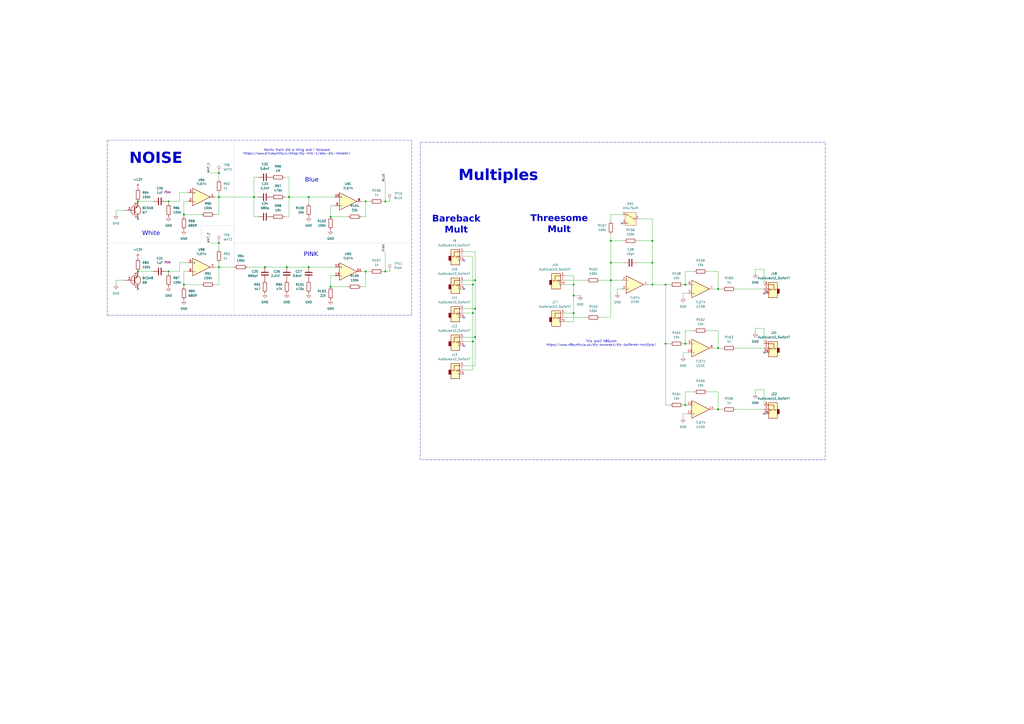
<source format=kicad_sch>
(kicad_sch (version 20231120) (generator "eeschema") (generator_version "8.0")
  (paper "A2")
  (title_block (title "Laundromat") (rev "1.0") (company "velvia-fifty") (comment 1 "https://github.com/velvia-fifty") (comment 2 "Just drop it off and we'll wash and fold it") (comment 4 "Stay humble"))
  (lib_symbols
    (symbol "Amplifier_Operational:TL074" (pin_names (offset 0.127))
      (property "Reference" "U" (at 0 5.08 0))
      (property "Value" "TL074" (at 0 -5.08 0))
      (symbol "TL074_1_1"
        (polyline (pts (xy -5.08 5.08) (xy 5.08 0) (xy -5.08 -5.08) (xy -5.08 5.08)) (stroke (width 0.254)) (fill (type background)))
        (pin output line (at 7.62 0 180) (length 2.54) (name "~") (number "1"))
        (pin input line (at -7.62 -2.54 0) (length 2.54) (name "-") (number "2"))
        (pin input line (at -7.62 2.54 0) (length 2.54) (name "+") (number "3"))
      )
      (symbol "TL074_2_1"
        (polyline (pts (xy -5.08 5.08) (xy 5.08 0) (xy -5.08 -5.08) (xy -5.08 5.08)) (stroke (width 0.254)) (fill (type background)))
        (pin input line (at -7.62 2.54 0) (length 2.54) (name "+") (number "5"))
        (pin input line (at -7.62 -2.54 0) (length 2.54) (name "-") (number "6"))
        (pin output line (at 7.62 0 180) (length 2.54) (name "~") (number "7"))
      )
      (symbol "TL074_3_1"
        (polyline (pts (xy -5.08 5.08) (xy 5.08 0) (xy -5.08 -5.08) (xy -5.08 5.08)) (stroke (width 0.254)) (fill (type background)))
        (pin input line (at -7.62 2.54 0) (length 2.54) (name "+") (number "10"))
        (pin output line (at 7.62 0 180) (length 2.54) (name "~") (number "8"))
        (pin input line (at -7.62 -2.54 0) (length 2.54) (name "-") (number "9"))
      )
      (symbol "TL074_4_1"
        (polyline (pts (xy -5.08 5.08) (xy 5.08 0) (xy -5.08 -5.08) (xy -5.08 5.08)) (stroke (width 0.254)) (fill (type background)))
        (pin input line (at -7.62 2.54 0) (length 2.54) (name "+") (number "12"))
        (pin input line (at -7.62 -2.54 0) (length 2.54) (name "-") (number "13"))
        (pin output line (at 7.62 0 180) (length 2.54) (name "~") (number "14"))
      )
      (symbol "TL074_5_1"
        (pin power_in line (at -2.54 -7.62 90) (length 3.81) (name "V-") (number "11"))
        (pin power_in line (at -2.54 7.62 270) (length 3.81) (name "V+") (number "4"))
      )
    )
    (symbol "Connector:TestPoint" (pin_numbers hide) (pin_names (offset 0.762) hide)
      (property "Reference" "TP" (at 0 6.858 0))
      (property "Value" "TestPoint" (at 0 5.08 0))
      (symbol "TestPoint_0_1"
        (circle (center 0 3.302) (radius 0.762))
      )
      (symbol "TestPoint_1_1"
        (pin passive line (at 0 0 90) (length 2.54) (name "1") (number "1"))
      )
    )
    (symbol "Connector_Audio:AudioJack2_SwitchT"
      (property "Reference" "J" (at 0 8.89 0))
      (property "Value" "AudioJack2_SwitchT" (at 0 6.35 0))
      (symbol "AudioJack2_SwitchT_0_1"
        (rectangle (start -2.54 0) (end -3.81 -2.54) (stroke (width 0.254)) (fill (type outline)))
        (polyline (pts (xy 1.778 -0.254) (xy 2.032 -0.762)))
        (polyline (pts (xy 0 0) (xy 0.635 -0.635) (xy 1.27 0) (xy 2.54 0)) (stroke (width 0.254)))
        (polyline (pts (xy 2.54 -2.54) (xy 1.778 -2.54) (xy 1.778 -0.254) (xy 1.524 -0.762)))
        (polyline (pts (xy 2.54 2.54) (xy -0.635 2.54) (xy -0.635 0) (xy -1.27 -0.635) (xy -1.905 0)) (stroke (width 0.254)))
        (rectangle (start 2.54 3.81) (end -2.54 -5.08) (stroke (width 0.254)) (fill (type background)))
      )
      (symbol "AudioJack2_SwitchT_1_1"
        (pin passive line (at 5.08 2.54 180) (length 2.54) (name "~") (number "S"))
        (pin passive line (at 5.08 0 180) (length 2.54) (name "~") (number "T"))
        (pin passive line (at 5.08 -2.54 180) (length 2.54) (name "~") (number "TN"))
      )
    )
    (symbol "Device:C" (pin_numbers hide) (pin_names (offset 0.254))
      (property "Reference" "C" (at 0.635 2.54 0))
      (property "Value" "C" (at 0.635 -2.54 0))
      (symbol "C_0_1"
        (polyline (pts (xy -2.032 -0.762) (xy 2.032 -0.762)) (stroke (width 0.508)))
        (polyline (pts (xy -2.032 0.762) (xy 2.032 0.762)) (stroke (width 0.508)))
      )
      (symbol "C_1_1"
        (pin passive line (at 0 3.81 270) (length 2.794) (name "~") (number "1"))
        (pin passive line (at 0 -3.81 90) (length 2.794) (name "~") (number "2"))
      )
    )
    (symbol "Device:R" (pin_numbers hide) (pin_names (offset 0))
      (property "Reference" "R" (at 2.032 0 90))
      (property "Value" "R" (at 0 0 90))
      (symbol "R_0_1"
        (rectangle (start -1.016 -2.54) (end 1.016 2.54) (stroke (width 0.254)))
      )
      (symbol "R_1_1"
        (pin passive line (at 0 3.81 270) (length 1.27) (name "~") (number "1"))
        (pin passive line (at 0 -3.81 90) (length 1.27) (name "~") (number "2"))
      )
    )
    (symbol "Switch:SW_SPDT" (pin_names (offset 0) hide)
      (property "Reference" "SW" (at 0 5.08 0))
      (property "Value" "SW_SPDT" (at 0 -5.08 0))
      (symbol "SW_SPDT_0_1"
        (circle (center -2.032 0) (radius 0.4572))
        (polyline (pts (xy -1.651 0.254) (xy 1.651 2.286)))
        (circle (center 2.032 -2.54) (radius 0.4572))
        (circle (center 2.032 2.54) (radius 0.4572))
      )
      (symbol "SW_SPDT_1_1"
        (rectangle (start -3.175 3.81) (end 3.175 -3.81) (fill (type background)))
        (pin passive line (at 5.08 2.54 180) (length 2.54) (name "A") (number "1"))
        (pin passive line (at -5.08 0 0) (length 2.54) (name "B") (number "2"))
        (pin passive line (at 5.08 -2.54 180) (length 2.54) (name "C") (number "3"))
      )
    )
    (symbol "Transistor_BJT:BC548" (pin_names (offset 0) hide)
      (property "Reference" "Q" (at 5.08 1.905 0))
      (property "Value" "BC548" (at 5.08 0 0))
      (symbol "BC548_0_1"
        (polyline (pts (xy 0 0) (xy 0.635 0)))
        (polyline (pts (xy 0.635 0.635) (xy 2.54 2.54)))
        (polyline (pts (xy 0.635 -0.635) (xy 2.54 -2.54) (xy 2.54 -2.54)))
        (polyline (pts (xy 0.635 1.905) (xy 0.635 -1.905) (xy 0.635 -1.905)) (stroke (width 0.508)))
        (polyline (pts (xy 1.27 -1.778) (xy 1.778 -1.27) (xy 2.286 -2.286) (xy 1.27 -1.778) (xy 1.27 -1.778)) (fill (type outline)))
        (circle (center 1.27 0) (radius 2.8194) (stroke (width 0.254)))
      )
      (symbol "BC548_1_1"
        (pin passive line (at 2.54 5.08 270) (length 2.54) (name "C") (number "1"))
        (pin input line (at -5.08 0 0) (length 5.08) (name "B") (number "2"))
        (pin passive line (at 2.54 -5.08 90) (length 2.54) (name "E") (number "3"))
      )
    )
    (symbol "power:+12V" (power) (pin_numbers hide) (pin_names (offset 0) hide)
      (property "Value" "+12V" (at 0 3.556 0))
      (symbol "+12V_0_1"
        (polyline (pts (xy -0.762 1.27) (xy 0 2.54)))
        (polyline (pts (xy 0 0) (xy 0 2.54)))
        (polyline (pts (xy 0 2.54) (xy 0.762 1.27)))
      )
      (symbol "+12V_1_1"
        (pin power_in line (at 0 0 90) (length 0) (name "~") (number "1"))
      )
    )
    (symbol "power:GND" (power) (pin_numbers hide) (pin_names (offset 0) hide)
      (property "Value" "GND" (at 0 -3.81 0))
      (symbol "GND_0_1"
        (polyline (pts (xy 0 0) (xy 0 -1.27) (xy 1.27 -1.27) (xy 0 -2.54) (xy -1.27 -1.27) (xy 0 -1.27)))
      )
      (symbol "GND_1_1"
        (pin power_in line (at 0 0 270) (length 0) (name "~") (number "1"))
      )
    )
  )
  (junction (at 80.01 116.84))
  (junction (at 80.01 157.48))
  (junction (at 275.59 179.07))
  (junction (at 191.77 125.73))
  (junction (at 223.52 157.48))
  (junction (at 166.37 154.94))
  (junction (at 416.56 237.49))
  (junction (at 397.51 199.39))
  (junction (at 397.51 234.95))
  (junction (at 274.32 198.12))
  (junction (at 354.33 139.7))
  (junction (at 223.52 116.84))
  (junction (at 179.07 114.3))
  (junction (at 127 100.33))
  (junction (at 127 154.94))
  (junction (at 386.08 199.39))
  (junction (at 212.09 116.84))
  (junction (at 274.32 181.61))
  (junction (at 332.74 165.1))
  (junction (at 97.79 116.84))
  (junction (at 397.51 165.1))
  (junction (at 354.33 152.4))
  (junction (at 191.77 166.37))
  (junction (at 106.68 165.1))
  (junction (at 378.46 165.1))
  (junction (at 274.32 165.1))
  (junction (at 378.46 139.7))
  (junction (at 416.56 167.64))
  (junction (at 275.59 162.56))
  (junction (at 179.07 154.94))
  (junction (at 386.08 165.1))
  (junction (at 153.67 154.94))
  (junction (at 127 114.3))
  (junction (at 147.32 114.3))
  (junction (at 106.68 124.46))
  (junction (at 97.79 157.48))
  (junction (at 416.56 201.93))
  (junction (at 332.74 181.61))
  (junction (at 378.46 152.4))
  (junction (at 275.59 195.58))
  (junction (at 354.33 162.56))
  (junction (at 167.64 114.3))
  (junction (at 332.74 171.45))
  (junction (at 212.09 157.48))
  (junction (at 127 140.97))
  (no_connect (at 443.23 204.47))
  (no_connect (at 269.24 167.64))
  (no_connect (at 80.01 127))
  (no_connect (at 80.01 167.64))
  (no_connect (at 443.23 170.18))
  (no_connect (at 269.24 200.66))
  (no_connect (at 443.23 240.03))
  (no_connect (at 269.24 151.13))
  (no_connect (at 360.68 129.54))
  (no_connect (at 269.24 184.15))
  (wire (pts (xy 358.14 167.64) (xy 360.68 167.64)))
  (wire (pts (xy 419.1 237.49) (xy 416.56 237.49)))
  (wire (pts (xy 212.09 166.37) (xy 212.09 157.48)))
  (wire (pts (xy 398.78 165.1) (xy 397.51 165.1)))
  (wire (pts (xy 327.66 165.1) (xy 332.74 165.1)))
  (wire (pts (xy 179.07 114.3) (xy 194.31 114.3)))
  (wire (pts (xy 332.74 165.1) (xy 332.74 160.02)))
  (wire (pts (xy 443.23 190.5) (xy 443.23 199.39)))
  (wire (pts (xy 354.33 124.46) (xy 354.33 128.27)))
  (wire (pts (xy 275.59 195.58) (xy 275.59 179.07)))
  (wire (pts (xy 416.56 227.33) (xy 416.56 237.49)))
  (wire (pts (xy 121.92 140.97) (xy 127 140.97)))
  (wire (pts (xy 127 124.46) (xy 127 114.3)))
  (wire (pts (xy 269.24 146.05) (xy 275.59 146.05)))
  (wire (pts (xy 438.15 226.06) (xy 443.23 226.06)))
  (wire (pts (xy 109.22 111.76) (xy 104.14 111.76)))
  (wire (pts (xy 332.74 186.69) (xy 332.74 181.61)))
  (wire (pts (xy 97.79 158.75) (xy 97.79 157.48)))
  (wire (pts (xy 275.59 212.09) (xy 275.59 195.58)))
  (polyline (pts (xy 135.89 140.97) (xy 135.89 182.88)) (stroke (width 0) (type dot)))
  (wire (pts (xy 97.79 116.84) (xy 96.52 116.84)))
  (wire (pts (xy 386.08 165.1) (xy 386.08 199.39)))
  (wire (pts (xy 354.33 162.56) (xy 360.68 162.56)))
  (wire (pts (xy 397.51 227.33) (xy 402.59 227.33)))
  (wire (pts (xy 149.86 102.87) (xy 147.32 102.87)))
  (wire (pts (xy 269.24 214.63) (xy 274.32 214.63)))
  (wire (pts (xy 106.68 157.48) (xy 109.22 157.48)))
  (wire (pts (xy 97.79 157.48) (xy 96.52 157.48)))
  (wire (pts (xy 438.15 156.21) (xy 443.23 156.21)))
  (wire (pts (xy 127 165.1) (xy 127 154.94)))
  (wire (pts (xy 410.21 227.33) (xy 416.56 227.33)))
  (wire (pts (xy 354.33 162.56) (xy 347.98 162.56)))
  (wire (pts (xy 361.95 152.4) (xy 354.33 152.4)))
  (wire (pts (xy 274.32 198.12) (xy 269.24 198.12)))
  (wire (pts (xy 275.59 146.05) (xy 275.59 162.56)))
  (wire (pts (xy 340.36 162.56) (xy 327.66 162.56)))
  (wire (pts (xy 179.07 118.11) (xy 179.07 114.3)))
  (wire (pts (xy 410.21 191.77) (xy 416.56 191.77)))
  (wire (pts (xy 223.52 157.48) (xy 226.06 157.48)))
  (wire (pts (xy 354.33 139.7) (xy 354.33 152.4)))
  (wire (pts (xy 116.84 165.1) (xy 106.68 165.1)))
  (wire (pts (xy 88.9 157.48) (xy 80.01 157.48)))
  (wire (pts (xy 88.9 116.84) (xy 80.01 116.84)))
  (wire (pts (xy 396.24 172.72) (xy 396.24 170.18)))
  (wire (pts (xy 269.24 148.59) (xy 274.32 148.59)))
  (polyline (pts (xy 135.89 130.81) (xy 116.84 130.81)) (stroke (width 0) (type dot)))
  (wire (pts (xy 354.33 152.4) (xy 354.33 162.56)))
  (wire (pts (xy 369.57 139.7) (xy 378.46 139.7)))
  (wire (pts (xy 397.51 157.48) (xy 402.59 157.48)))
  (wire (pts (xy 419.1 201.93) (xy 416.56 201.93)))
  (wire (pts (xy 191.77 166.37) (xy 201.93 166.37)))
  (wire (pts (xy 165.1 114.3) (xy 167.64 114.3)))
  (wire (pts (xy 396.24 170.18) (xy 398.78 170.18)))
  (wire (pts (xy 194.31 119.38) (xy 191.77 119.38)))
  (wire (pts (xy 426.72 167.64) (xy 443.23 167.64)))
  (polyline (pts (xy 62.23 81.28) (xy 238.76 81.28)) (stroke (width 0) (type dash)))
  (wire (pts (xy 104.14 152.4) (xy 104.14 157.48)))
  (wire (pts (xy 438.15 226.06) (xy 438.15 228.6)))
  (wire (pts (xy 191.77 125.73) (xy 201.93 125.73)))
  (wire (pts (xy 72.39 121.92) (xy 67.31 121.92)))
  (wire (pts (xy 396.24 207.01) (xy 396.24 204.47)))
  (wire (pts (xy 72.39 162.56) (xy 67.31 162.56)))
  (wire (pts (xy 327.66 184.15) (xy 340.36 184.15)))
  (polyline (pts (xy 62.23 81.28) (xy 62.23 182.88)) (stroke (width 0) (type dash)))
  (wire (pts (xy 127 154.94) (xy 135.89 154.94)))
  (wire (pts (xy 104.14 157.48) (xy 97.79 157.48)))
  (wire (pts (xy 332.74 160.02) (xy 327.66 160.02)))
  (wire (pts (xy 127 114.3) (xy 124.46 114.3)))
  (wire (pts (xy 416.56 167.64) (xy 414.02 167.64)))
  (wire (pts (xy 109.22 152.4) (xy 104.14 152.4)))
  (wire (pts (xy 426.72 201.93) (xy 443.23 201.93)))
  (wire (pts (xy 354.33 135.89) (xy 354.33 139.7)))
  (wire (pts (xy 438.15 190.5) (xy 438.15 193.04)))
  (wire (pts (xy 397.51 199.39) (xy 396.24 199.39)))
  (wire (pts (xy 127 152.4) (xy 127 154.94)))
  (wire (pts (xy 269.24 195.58) (xy 275.59 195.58)))
  (wire (pts (xy 121.92 100.33) (xy 127 100.33)))
  (polyline (pts (xy 238.76 182.88) (xy 238.76 81.28)) (stroke (width 0) (type dash)))
  (wire (pts (xy 104.14 111.76) (xy 104.14 116.84)))
  (wire (pts (xy 354.33 124.46) (xy 360.68 124.46)))
  (wire (pts (xy 269.24 179.07) (xy 275.59 179.07)))
  (wire (pts (xy 212.09 116.84) (xy 209.55 116.84)))
  (wire (pts (xy 396.24 240.03) (xy 398.78 240.03)))
  (wire (pts (xy 127 154.94) (xy 124.46 154.94)))
  (wire (pts (xy 332.74 181.61) (xy 332.74 171.45)))
  (wire (pts (xy 165.1 102.87) (xy 167.64 102.87)))
  (wire (pts (xy 438.15 156.21) (xy 438.15 158.75)))
  (wire (pts (xy 214.63 116.84) (xy 212.09 116.84)))
  (wire (pts (xy 375.92 165.1) (xy 378.46 165.1)))
  (wire (pts (xy 166.37 154.94) (xy 179.07 154.94)))
  (wire (pts (xy 106.68 116.84) (xy 109.22 116.84)))
  (wire (pts (xy 274.32 214.63) (xy 274.32 198.12)))
  (wire (pts (xy 194.31 160.02) (xy 191.77 160.02)))
  (wire (pts (xy 212.09 125.73) (xy 212.09 116.84)))
  (wire (pts (xy 275.59 162.56) (xy 269.24 162.56)))
  (wire (pts (xy 386.08 199.39) (xy 386.08 234.95)))
  (wire (pts (xy 332.74 171.45) (xy 332.74 165.1)))
  (wire (pts (xy 410.21 157.48) (xy 416.56 157.48)))
  (wire (pts (xy 191.77 119.38) (xy 191.77 125.73)))
  (wire (pts (xy 165.1 125.73) (xy 167.64 125.73)))
  (wire (pts (xy 124.46 124.46) (xy 127 124.46)))
  (wire (pts (xy 378.46 152.4) (xy 369.57 152.4)))
  (wire (pts (xy 124.46 165.1) (xy 127 165.1)))
  (wire (pts (xy 167.64 114.3) (xy 179.07 114.3)))
  (wire (pts (xy 97.79 118.11) (xy 97.79 116.84)))
  (wire (pts (xy 443.23 226.06) (xy 443.23 234.95)))
  (wire (pts (xy 209.55 125.73) (xy 212.09 125.73)))
  (wire (pts (xy 370.84 127) (xy 378.46 127)))
  (wire (pts (xy 127 140.97) (xy 127 144.78)))
  (polyline (pts (xy 116.84 130.81) (xy 116.84 140.97)) (stroke (width 0) (type dot)))
  (wire (pts (xy 396.24 204.47) (xy 398.78 204.47)))
  (wire (pts (xy 386.08 165.1) (xy 388.62 165.1)))
  (wire (pts (xy 127 111.76) (xy 127 114.3)))
  (wire (pts (xy 386.08 234.95) (xy 388.62 234.95)))
  (wire (pts (xy 274.32 181.61) (xy 274.32 198.12)))
  (wire (pts (xy 127 100.33) (xy 127 104.14)))
  (wire (pts (xy 179.07 154.94) (xy 194.31 154.94)))
  (wire (pts (xy 269.24 165.1) (xy 274.32 165.1)))
  (wire (pts (xy 269.24 181.61) (xy 274.32 181.61)))
  (wire (pts (xy 67.31 162.56) (xy 67.31 165.1)))
  (wire (pts (xy 419.1 167.64) (xy 416.56 167.64)))
  (wire (pts (xy 191.77 160.02) (xy 191.77 166.37)))
  (wire (pts (xy 106.68 166.37) (xy 106.68 165.1)))
  (wire (pts (xy 106.68 124.46) (xy 106.68 116.84)))
  (wire (pts (xy 327.66 181.61) (xy 332.74 181.61)))
  (wire (pts (xy 426.72 237.49) (xy 443.23 237.49)))
  (polyline (pts (xy 62.23 140.97) (xy 116.84 140.97)) (stroke (width 0) (type dot)))
  (wire (pts (xy 143.51 154.94) (xy 153.67 154.94)))
  (wire (pts (xy 223.52 105.41) (xy 223.52 116.84)))
  (wire (pts (xy 67.31 121.92) (xy 67.31 124.46)))
  (wire (pts (xy 223.52 116.84) (xy 226.06 116.84)))
  (wire (pts (xy 386.08 199.39) (xy 388.62 199.39)))
  (wire (pts (xy 274.32 165.1) (xy 274.32 181.61)))
  (polyline (pts (xy 135.89 140.97) (xy 238.76 140.97)) (stroke (width 0) (type dot)))
  (wire (pts (xy 332.74 171.45) (xy 336.55 171.45)))
  (wire (pts (xy 443.23 156.21) (xy 443.23 165.1)))
  (wire (pts (xy 149.86 125.73) (xy 147.32 125.73)))
  (wire (pts (xy 397.51 191.77) (xy 402.59 191.77)))
  (wire (pts (xy 153.67 154.94) (xy 166.37 154.94)))
  (wire (pts (xy 167.64 102.87) (xy 167.64 114.3)))
  (wire (pts (xy 269.24 212.09) (xy 275.59 212.09)))
  (wire (pts (xy 397.51 234.95) (xy 396.24 234.95)))
  (wire (pts (xy 222.25 157.48) (xy 223.52 157.48)))
  (wire (pts (xy 397.51 199.39) (xy 397.51 191.77)))
  (wire (pts (xy 358.14 170.18) (xy 358.14 167.64)))
  (wire (pts (xy 223.52 146.05) (xy 223.52 157.48)))
  (wire (pts (xy 274.32 148.59) (xy 274.32 165.1)))
  (wire (pts (xy 378.46 127) (xy 378.46 139.7)))
  (wire (pts (xy 378.46 139.7) (xy 378.46 152.4)))
  (wire (pts (xy 438.15 190.5) (xy 443.23 190.5)))
  (wire (pts (xy 397.51 234.95) (xy 397.51 227.33)))
  (wire (pts (xy 347.98 184.15) (xy 354.33 184.15)))
  (wire (pts (xy 167.64 114.3) (xy 167.64 125.73)))
  (wire (pts (xy 116.84 124.46) (xy 106.68 124.46)))
  (polyline (pts (xy 135.89 81.28) (xy 135.89 140.97)) (stroke (width 0) (type dot)))
  (wire (pts (xy 214.63 157.48) (xy 212.09 157.48)))
  (wire (pts (xy 398.78 199.39) (xy 397.51 199.39)))
  (wire (pts (xy 106.68 165.1) (xy 106.68 157.48)))
  (wire (pts (xy 416.56 201.93) (xy 414.02 201.93)))
  (wire (pts (xy 127 114.3) (xy 147.32 114.3)))
  (wire (pts (xy 416.56 191.77) (xy 416.56 201.93)))
  (wire (pts (xy 147.32 114.3) (xy 149.86 114.3)))
  (wire (pts (xy 397.51 165.1) (xy 397.51 157.48)))
  (wire (pts (xy 398.78 234.95) (xy 397.51 234.95)))
  (wire (pts (xy 222.25 116.84) (xy 223.52 116.84)))
  (wire (pts (xy 104.14 116.84) (xy 97.79 116.84)))
  (wire (pts (xy 209.55 166.37) (xy 212.09 166.37)))
  (wire (pts (xy 416.56 237.49) (xy 414.02 237.49)))
  (wire (pts (xy 106.68 125.73) (xy 106.68 124.46)))
  (wire (pts (xy 361.95 139.7) (xy 354.33 139.7)))
  (wire (pts (xy 354.33 184.15) (xy 354.33 162.56)))
  (wire (pts (xy 147.32 125.73) (xy 147.32 114.3)))
  (wire (pts (xy 378.46 165.1) (xy 386.08 165.1)))
  (polyline (pts (xy 62.23 182.88) (xy 238.76 182.88)) (stroke (width 0) (type dash)))
  (wire (pts (xy 212.09 157.48) (xy 209.55 157.48)))
  (wire (pts (xy 397.51 165.1) (xy 396.24 165.1)))
  (wire (pts (xy 327.66 186.69) (xy 332.74 186.69)))
  (wire (pts (xy 378.46 165.1) (xy 378.46 152.4)))
  (wire (pts (xy 147.32 102.87) (xy 147.32 114.3)))
  (wire (pts (xy 416.56 157.48) (xy 416.56 167.64)))
  (wire (pts (xy 396.24 242.57) (xy 396.24 240.03)))
  (wire (pts (xy 275.59 179.07) (xy 275.59 162.56)))
  (rectangle (start 243.84 82.55) (end 478.79 266.7) (stroke (width 0) (type dash)))
  (text "Bareback\nMult" (at 264.668 131.318 0) (effects (font (size 3.81 3.81) (thickness 1.27) (bold yes))))
  (text "NOISE" (at 90.424 93.726 0) (effects (font (size 6.35 6.35) (thickness 1.27) (bold yes))))
  (text "This one? N8Synth\nhttps://www.n8synth.co.uk/diy-eurorack/diy-buffered-multiple/" (at 348.742 199.136 0) (effects (font (size 1.27 1.27))))
  (text "Threesome\nMult" (at 324.358 131.064 0) (effects (font (size 3.81 3.81) (thickness 1.27) (bold yes))))
  (text "Multiples" (at 289.052 103.632 0) (effects (font (size 6.35 6.35) (thickness 1.27) (bold yes))))
  (text "Moritz Klein did a thing and I followed\nhttps://www.ericasynths.lv/shop/diy-kits-1/edu-diy-noisesh/" (at 172.212 88.138 0) (effects (font (size 1.27 1.27))))
  (text "Blue" (at 180.848 105.156 0) (effects (font (size 2.54 2.54) (thickness 0.4763))))
  (text "PINK" (at 180.34 148.336 0) (effects (font (size 2.54 2.54) (thickness 0.4763))))
  (text "White" (at 87.63 136.144 0) (effects (font (size 2.54 2.54) (thickness 0.4763))))
  (label "PINK" (at 223.52 146.05 90))
  (label "BLUE" (at 223.52 105.41 90))
  (label "WHT_2" (at 121.92 140.97 90))
  (label "WHT_1" (at 121.92 100.33 90))
  (symbol (lib_id "power:GND") (at 67.31 124.46 0) (unit 1)
    (property "Reference" "#PWR070" (effects (hide yes)))
    (property "Value" "GND" (at 67.31 129.54 0))
    (property "Description" "Power symbol creates a global label with name \"GND\" , ground" (effects (hide yes)))
  )
  (symbol (lib_id "Amplifier_Operational:TL074") (at 201.93 157.48 0) (unit 4)
    (property "Reference" "U9" (at 201.93 147.32 0))
    (property "Value" "TL074" (at 201.93 149.86 0))
    (property "Footprint" "Package_SO:TSSOP-14_4.4x5mm_P0.65mm" (effects (hide yes)))
    (property "Datasheet" "http://www.ti.com/lit/ds/symlink/tl071.pdf" (effects (hide yes)))
    (property "Description" "Quad Low-Noise JFET-Input Operational Amplifiers, DIP-14/SOIC-14" (effects (hide yes)))
  )
  (symbol (lib_id "power:GND") (at 166.37 170.18 0) (unit 1)
    (property "Reference" "#PWR079" (effects (hide yes)))
    (property "Value" "GND" (at 166.37 175.26 0))
    (property "Description" "Power symbol creates a global label with name \"GND\" , ground" (effects (hide yes)))
  )
  (symbol (lib_id "Connector:TestPoint") (at 127 140.97 0) (unit 1)
    (property "Reference" "TP9" (at 129.54 136.3979 0) (effects (justify left)))
    (property "Value" "WHT2" (at 129.54 138.9379 0) (effects (justify left)))
    (property "Description" "test point" (effects (hide yes)))
  )
  (symbol (lib_id "Connector:TestPoint") (at 226.06 116.84 0) (unit 1)
    (property "Reference" "TP10" (at 228.6 112.2679 0) (effects (justify left)))
    (property "Value" "BLUE" (at 228.6 114.8079 0) (effects (justify left)))
    (property "Description" "test point" (effects (hide yes)))
  )
  (symbol (lib_id "Device:R") (at 161.29 114.3 90) (unit 1)
    (property "Reference" "R97" (at 161.29 107.95 90))
    (property "Value" "470k" (at 161.29 110.49 90))
    (property "Footprint" "Resistor_SMD:R_0805_2012Metric_Pad1.20x1.40mm_HandSolder" (effects (hide yes)))
    (property "Description" "Resistor" (effects (hide yes)))
  )
  (symbol (lib_id "Device:R") (at 179.07 166.37 0) (mirror y) (unit 1)
    (property "Reference" "R101" (at 176.53 165.0999 0) (effects (justify left)))
    (property "Value" "470k" (at 176.53 167.6399 0) (effects (justify left)))
    (property "Footprint" "Resistor_SMD:R_0805_2012Metric_Pad1.20x1.40mm_HandSolder" (effects (hide yes)))
    (property "Description" "Resistor" (effects (hide yes)))
  )
  (symbol (lib_id "Device:R") (at 422.91 201.93 90) (unit 1) (on_board no)
    (property "Reference" "R163" (at 422.91 195.58 90))
    (property "Value" "1k" (at 422.91 198.12 90))
    (property "Footprint" "Resistor_SMD:R_0805_2012Metric_Pad1.20x1.40mm_HandSolder" (effects (hide yes)))
    (property "Description" "Resistor" (effects (hide yes)))
  )
  (symbol (lib_id "Device:R") (at 106.68 129.54 0) (unit 1)
    (property "Reference" "R88" (at 109.22 128.2699 0) (effects (justify left)))
    (property "Value" "680R" (at 109.22 130.8099 0) (effects (justify left)))
    (property "Footprint" "Resistor_SMD:R_0805_2012Metric_Pad1.20x1.40mm_HandSolder" (effects (hide yes)))
    (property "Description" "Resistor" (effects (hide yes)))
  )
  (symbol (lib_id "Device:R") (at 354.33 132.08 0) (mirror x) (unit 1) (on_board no)
    (property "Reference" "R157" (at 351.79 130.8099 0) (effects (justify right)))
    (property "Value" "100k" (at 351.79 133.3499 0) (effects (justify right)))
    (property "Footprint" "Resistor_SMD:R_0805_2012Metric_Pad1.20x1.40mm_HandSolder" (effects (hide yes)))
    (property "Description" "Resistor" (effects (hide yes)))
  )
  (symbol (lib_id "Connector_Audio:AudioJack2_SwitchT") (at 264.16 181.61 0) (unit 1) (on_board no)
    (property "Reference" "J11" (at 263.525 172.72 0))
    (property "Value" "AudioJack2_SwitchT" (at 263.525 175.26 0))
    (property "Description" "Audio Jack, 2 Poles (Mono / TS), Switched T Pole (Normalling)" (effects (hide yes)))
  )
  (symbol (lib_id "Device:R") (at 191.77 170.18 0) (mirror y) (unit 1)
    (property "Reference" "R103" (at 189.23 168.9099 0) (effects (justify left)))
    (property "Value" "22k" (at 189.23 171.4499 0) (effects (justify left)))
    (property "Footprint" "Resistor_SMD:R_0805_2012Metric_Pad1.20x1.40mm_HandSolder" (effects (hide yes)))
    (property "Description" "Resistor" (effects (hide yes)))
  )
  (symbol (lib_id "Device:C") (at 179.07 158.75 0) (mirror x) (unit 1)
    (property "Reference" "C27" (at 175.26 157.4799 0) (effects (justify right)))
    (property "Value" "5.6nF" (at 175.26 160.0199 0) (effects (justify right)))
    (property "Footprint" "Capacitor_SMD:C_0805_2012Metric_Pad1.18x1.45mm_HandSolder" (effects (hide yes)))
    (property "Description" "Unpolarized capacitor" (effects (hide yes)))
    (property "type" "Film" (effects (hide yes)))
  )
  (symbol (lib_id "Device:R") (at 392.43 234.95 90) (unit 1) (on_board no)
    (property "Reference" "R164" (at 392.43 228.6 90))
    (property "Value" "10k" (at 392.43 231.14 90))
    (property "Footprint" "Resistor_SMD:R_0805_2012Metric_Pad1.20x1.40mm_HandSolder" (effects (hide yes)))
    (property "Description" "Resistor" (effects (hide yes)))
  )
  (symbol (lib_id "Connector_Audio:AudioJack2_SwitchT") (at 264.16 198.12 0) (unit 1) (on_board no)
    (property "Reference" "J12" (at 263.525 189.23 0))
    (property "Value" "AudioJack2_SwitchT" (at 263.525 191.77 0))
    (property "Description" "Audio Jack, 2 Poles (Mono / TS), Switched T Pole (Normalling)" (effects (hide yes)))
  )
  (symbol (lib_id "Connector_Audio:AudioJack2_SwitchT") (at 264.16 165.1 0) (unit 1) (on_board no)
    (property "Reference" "J10" (at 263.525 156.21 0))
    (property "Value" "AudioJack2_SwitchT" (at 263.525 158.75 0))
    (property "Description" "Audio Jack, 2 Poles (Mono / TS), Switched T Pole (Normalling)" (effects (hide yes)))
  )
  (symbol (lib_id "Device:C") (at 153.67 125.73 90) (unit 1)
    (property "Reference" "C24" (at 153.67 118.11 90))
    (property "Value" "680p" (at 153.67 120.65 90))
    (property "Footprint" "Capacitor_SMD:C_0805_2012Metric_Pad1.18x1.45mm_HandSolder" (effects (hide yes)))
    (property "Description" "Unpolarized capacitor" (effects (hide yes)))
    (property "tyoe" "film" (effects (hide yes)))
  )
  (symbol (lib_id "power:GND") (at 179.07 125.73 0) (unit 1)
    (property "Reference" "#PWR080" (effects (hide yes)))
    (property "Value" "GND" (at 179.07 130.81 0))
    (property "Description" "Power symbol creates a global label with name \"GND\" , ground" (effects (hide yes)))
  )
  (symbol (lib_id "Device:R") (at 179.07 121.92 0) (mirror y) (unit 1)
    (property "Reference" "R100" (at 176.53 120.6499 0) (effects (justify left)))
    (property "Value" "20k" (at 176.53 123.1899 0) (effects (justify left)))
    (property "Footprint" "Resistor_SMD:R_0805_2012Metric_Pad1.20x1.40mm_HandSolder" (effects (hide yes)))
    (property "Description" "Resistor" (effects (hide yes)))
  )
  (symbol (lib_id "power:GND") (at 396.24 242.57 0) (unit 1) (on_board no)
    (property "Reference" "#PWR0118" (effects (hide yes)))
    (property "Value" "GND" (at 396.24 247.65 0))
    (property "Description" "Power symbol creates a global label with name \"GND\" , ground" (effects (hide yes)))
  )
  (symbol (lib_id "power:GND") (at 106.68 173.99 0) (unit 1)
    (property "Reference" "#PWR077" (effects (hide yes)))
    (property "Value" "GND" (at 106.68 179.07 0))
    (property "Description" "Power symbol creates a global label with name \"GND\" , ground" (effects (hide yes)))
  )
  (symbol (lib_id "power:+12V") (at 80.01 149.86 0) (unit 1)
    (property "Reference" "#PWR073" (effects (hide yes)))
    (property "Value" "+12V" (at 80.01 144.78 0))
    (property "Description" "Power symbol creates a global label with name \"+12V\"" (effects (hide yes)))
  )
  (symbol (lib_id "Device:R") (at 422.91 237.49 90) (unit 1) (on_board no)
    (property "Reference" "R166" (at 422.91 231.14 90))
    (property "Value" "1k" (at 422.91 233.68 90))
    (property "Footprint" "Resistor_SMD:R_0805_2012Metric_Pad1.20x1.40mm_HandSolder" (effects (hide yes)))
    (property "Description" "Resistor" (effects (hide yes)))
  )
  (symbol (lib_id "Device:C") (at 153.67 158.75 0) (mirror x) (unit 1)
    (property "Reference" "C25" (at 149.86 157.4799 0) (effects (justify right)))
    (property "Value" "680pF" (at 149.86 160.0199 0) (effects (justify right)))
    (property "Footprint" "Capacitor_SMD:C_0805_2012Metric_Pad1.18x1.45mm_HandSolder" (effects (hide yes)))
    (property "Description" "Unpolarized capacitor" (effects (hide yes)))
    (property "type" "Film" (effects (hide yes)))
  )
  (symbol (lib_id "power:GND") (at 438.15 193.04 0) (mirror y) (unit 1) (on_board no)
    (property "Reference" "#PWR0119" (effects (hide yes)))
    (property "Value" "GND" (at 438.15 198.12 0))
    (property "Description" "Power symbol creates a global label with name \"GND\" , ground" (effects (hide yes)))
  )
  (symbol (lib_id "Device:C") (at 92.71 116.84 90) (unit 1)
    (property "Reference" "C20" (at 92.71 109.22 90))
    (property "Value" "1uF" (at 92.71 111.76 90))
    (property "Footprint" "Capacitor_SMD:C_0805_2012Metric_Pad1.18x1.45mm_HandSolder" (effects (hide yes)))
    (property "Description" "Unpolarized capacitor" (effects (hide yes)))
    (property "tyoe" "film" (at 97.282 111.506 90) (effects (font (italic yes))))
  )
  (symbol (lib_id "power:GND") (at 438.15 228.6 0) (mirror y) (unit 1) (on_board no)
    (property "Reference" "#PWR0120" (effects (hide yes)))
    (property "Value" "GND" (at 438.15 233.68 0))
    (property "Description" "Power symbol creates a global label with name \"GND\" , ground" (effects (hide yes)))
  )
  (symbol (lib_id "power:GND") (at 396.24 172.72 0) (unit 1) (on_board no)
    (property "Reference" "#PWR0116" (effects (hide yes)))
    (property "Value" "GND" (at 396.24 177.8 0))
    (property "Description" "Power symbol creates a global label with name \"GND\" , ground" (effects (hide yes)))
  )
  (symbol (lib_id "Device:R") (at 127 148.59 0) (unit 1)
    (property "Reference" "R93" (at 129.54 147.3199 0) (effects (justify left)))
    (property "Value" "1k" (at 129.54 149.8599 0) (effects (justify left)))
    (property "Footprint" "Resistor_SMD:R_0805_2012Metric_Pad1.20x1.40mm_HandSolder" (effects (hide yes)))
    (property "Description" "Resistor" (effects (hide yes)))
  )
  (symbol (lib_id "Device:R") (at 392.43 199.39 90) (unit 1) (on_board no)
    (property "Reference" "R161" (at 392.43 193.04 90))
    (property "Value" "10k" (at 392.43 195.58 90))
    (property "Footprint" "Resistor_SMD:R_0805_2012Metric_Pad1.20x1.40mm_HandSolder" (effects (hide yes)))
    (property "Description" "Resistor" (effects (hide yes)))
  )
  (symbol (lib_id "power:GND") (at 191.77 133.35 0) (unit 1)
    (property "Reference" "#PWR082" (effects (hide yes)))
    (property "Value" "GND" (at 191.77 138.43 0))
    (property "Description" "Power symbol creates a global label with name \"GND\" , ground" (effects (hide yes)))
  )
  (symbol (lib_id "Device:R") (at 120.65 124.46 90) (unit 1)
    (property "Reference" "R90" (at 120.65 118.11 90))
    (property "Value" "100k" (at 120.65 120.65 90))
    (property "Footprint" "Resistor_SMD:R_0805_2012Metric_Pad1.20x1.40mm_HandSolder" (effects (hide yes)))
    (property "Description" "Resistor" (effects (hide yes)))
  )
  (symbol (lib_id "power:GND") (at 358.14 170.18 0) (unit 1) (on_board no)
    (property "Reference" "#PWR0115" (effects (hide yes)))
    (property "Value" "GND" (at 358.14 175.26 0))
    (property "Description" "Power symbol creates a global label with name \"GND\" , ground" (effects (hide yes)))
  )
  (symbol (lib_id "Device:R") (at 97.79 162.56 0) (unit 1)
    (property "Reference" "R87" (at 100.33 161.2899 0) (effects (justify left)))
    (property "Value" "100k" (at 100.33 163.8299 0) (effects (justify left)))
    (property "Footprint" "Resistor_SMD:R_0805_2012Metric_Pad1.20x1.40mm_HandSolder" (effects (hide yes)))
    (property "Description" "Resistor" (effects (hide yes)))
  )
  (symbol (lib_id "Amplifier_Operational:TL074") (at 406.4 167.64 0) (mirror x) (unit 2) (on_board no)
    (property "Reference" "U15" (at 406.4 177.8 0))
    (property "Value" "TL074" (at 406.4 175.26 0))
    (property "Footprint" "AT-Footprints:SOT23_DYY_TEX" (effects (hide yes)))
    (property "Datasheet" "http://www.ti.com/lit/ds/symlink/tl071.pdf" (effects (hide yes)))
    (property "Description" "Quad Low-Noise JFET-Input Operational Amplifiers, DIP-14/SOIC-14" (effects (hide yes)))
  )
  (symbol (lib_id "Amplifier_Operational:TL074") (at 116.84 154.94 0) (unit 2)
    (property "Reference" "U9" (at 116.84 144.78 0))
    (property "Value" "TL074" (at 116.84 147.32 0))
    (property "Footprint" "Package_SO:TSSOP-14_4.4x5mm_P0.65mm" (effects (hide yes)))
    (property "Datasheet" "http://www.ti.com/lit/ds/symlink/tl071.pdf" (effects (hide yes)))
    (property "Description" "Quad Low-Noise JFET-Input Operational Amplifiers, DIP-14/SOIC-14" (effects (hide yes)))
  )
  (symbol (lib_id "Device:R") (at 161.29 125.73 90) (unit 1)
    (property "Reference" "R98" (at 161.29 119.38 90))
    (property "Value" "10k" (at 161.29 121.92 90))
    (property "Footprint" "Resistor_SMD:R_0805_2012Metric_Pad1.20x1.40mm_HandSolder" (effects (hide yes)))
    (property "Description" "Resistor" (effects (hide yes)))
  )
  (symbol (lib_id "Switch:SW_SPDT") (at 365.76 127 0) (mirror y) (unit 1) (on_board no)
    (property "Reference" "SW1" (at 365.76 118.11 0))
    (property "Value" "AVG/SUM" (at 365.76 120.65 0))
    (property "Description" "Switch, single pole double throw" (effects (hide yes)))
  )
  (symbol (lib_id "power:GND") (at 153.67 170.18 0) (unit 1)
    (property "Reference" "#PWR078" (effects (hide yes)))
    (property "Value" "GND" (at 153.67 175.26 0))
    (property "Description" "Power symbol creates a global label with name \"GND\" , ground" (effects (hide yes)))
  )
  (symbol (lib_id "power:GND") (at 97.79 125.73 0) (unit 1)
    (property "Reference" "#PWR074" (effects (hide yes)))
    (property "Value" "GND" (at 97.79 130.81 0))
    (property "Description" "Power symbol creates a global label with name \"GND\" , ground" (effects (hide yes)))
  )
  (symbol (lib_id "Connector_Audio:AudioJack2_SwitchT") (at 448.31 237.49 0) (mirror y) (unit 1) (on_board no)
    (property "Reference" "J22" (at 448.945 228.6 0))
    (property "Value" "AudioJack2_SwitchT" (at 448.945 231.14 0))
    (property "Description" "Audio Jack, 2 Poles (Mono / TS), Switched T Pole (Normalling)" (effects (hide yes)))
  )
  (symbol (lib_id "Device:R") (at 80.01 113.03 0) (unit 1)
    (property "Reference" "R84" (at 82.55 111.7599 0) (effects (justify left)))
    (property "Value" "100k" (at 82.55 114.2999 0) (effects (justify left)))
    (property "Footprint" "Resistor_SMD:R_0805_2012Metric_Pad1.20x1.40mm_HandSolder" (effects (hide yes)))
    (property "Description" "Resistor" (effects (hide yes)))
  )
  (symbol (lib_id "Device:C") (at 153.67 102.87 90) (unit 1)
    (property "Reference" "C22" (at 153.67 95.25 90))
    (property "Value" "5.6nF" (at 153.67 97.79 90))
    (property "Footprint" "Capacitor_SMD:C_0805_2012Metric_Pad1.18x1.45mm_HandSolder" (effects (hide yes)))
    (property "Description" "Unpolarized capacitor" (effects (hide yes)))
    (property "tyoe" "film" (effects (hide yes)))
  )
  (symbol (lib_id "Transistor_BJT:BC548") (at 77.47 162.56 0) (mirror x) (unit 1)
    (property "Reference" "Q8" (at 82.55 163.8301 0) (effects (justify left)))
    (property "Value" "BC548" (at 82.55 161.2901 0) (effects (justify left)))
    (property "Footprint" "Package_TO_SOT_SMD:SOT-23" (effects (hide yes)))
    (property "Datasheet" "https://www.onsemi.com/pub/Collateral/BC550-D.pdf" (effects (hide yes)))
    (property "Description" "0.1A Ic, 30V Vce, Small Signal NPN Transistor, TO-92" (effects (hide yes)))
  )
  (symbol (lib_id "Amplifier_Operational:TL074") (at 406.4 237.49 0) (mirror x) (unit 4) (on_board no)
    (property "Reference" "U15" (at 406.4 247.65 0))
    (property "Value" "TL074" (at 406.4 245.11 0))
    (property "Footprint" "AT-Footprints:SOT23_DYY_TEX" (effects (hide yes)))
    (property "Datasheet" "http://www.ti.com/lit/ds/symlink/tl071.pdf" (effects (hide yes)))
    (property "Description" "Quad Low-Noise JFET-Input Operational Amplifiers, DIP-14/SOIC-14" (effects (hide yes)))
  )
  (symbol (lib_id "Device:R") (at 344.17 184.15 90) (unit 1) (on_board no)
    (property "Reference" "R153" (at 344.17 177.8 90))
    (property "Value" "100k" (at 344.17 180.34 90))
    (property "Footprint" "Resistor_SMD:R_0805_2012Metric_Pad1.20x1.40mm_HandSolder" (effects (hide yes)))
    (property "Description" "Resistor" (effects (hide yes)))
  )
  (symbol (lib_id "power:GND") (at 97.79 166.37 0) (unit 1)
    (property "Reference" "#PWR075" (effects (hide yes)))
    (property "Value" "GND" (at 97.79 171.45 0))
    (property "Description" "Power symbol creates a global label with name \"GND\" , ground" (effects (hide yes)))
  )
  (symbol (lib_id "Connector_Audio:AudioJack2_SwitchT") (at 448.31 167.64 0) (mirror y) (unit 1) (on_board no)
    (property "Reference" "J18" (at 448.945 158.75 0))
    (property "Value" "AudioJack2_SwitchT" (at 448.945 161.29 0))
    (property "Description" "Audio Jack, 2 Poles (Mono / TS), Switched T Pole (Normalling)" (effects (hide yes)))
  )
  (symbol (lib_id "power:GND") (at 67.31 165.1 0) (unit 1)
    (property "Reference" "#PWR071" (effects (hide yes)))
    (property "Value" "GND" (at 67.31 170.18 0))
    (property "Description" "Power symbol creates a global label with name \"GND\" , ground" (effects (hide yes)))
  )
  (symbol (lib_id "Device:R") (at 80.01 153.67 0) (unit 1)
    (property "Reference" "R85" (at 82.55 152.3999 0) (effects (justify left)))
    (property "Value" "100k" (at 82.55 154.9399 0) (effects (justify left)))
    (property "Footprint" "Resistor_SMD:R_0805_2012Metric_Pad1.20x1.40mm_HandSolder" (effects (hide yes)))
    (property "Description" "Resistor" (effects (hide yes)))
  )
  (symbol (lib_id "Device:R") (at 153.67 166.37 0) (mirror y) (unit 1)
    (property "Reference" "R95" (at 151.13 165.0999 0) (effects (justify left)))
    (property "Value" "4k7" (at 151.13 167.6399 0) (effects (justify left)))
    (property "Footprint" "Resistor_SMD:R_0805_2012Metric_Pad1.20x1.40mm_HandSolder" (effects (hide yes)))
    (property "Description" "Resistor" (effects (hide yes)))
  )
  (symbol (lib_id "Connector:TestPoint") (at 226.06 157.48 0) (unit 1)
    (property "Reference" "TP11" (at 228.6 152.9079 0) (effects (justify left)))
    (property "Value" "PINK" (at 228.6 155.4479 0) (effects (justify left)))
    (property "Description" "test point" (effects (hide yes)))
  )
  (symbol (lib_id "Device:R") (at 406.4 227.33 90) (unit 1) (on_board no)
    (property "Reference" "R165" (at 406.4 220.98 90))
    (property "Value" "10k" (at 406.4 223.52 90))
    (property "Footprint" "Resistor_SMD:R_0805_2012Metric_Pad1.20x1.40mm_HandSolder" (effects (hide yes)))
    (property "Description" "Resistor" (effects (hide yes)))
  )
  (symbol (lib_id "Device:R") (at 139.7 154.94 90) (unit 1)
    (property "Reference" "R94" (at 139.7 148.59 90))
    (property "Value" "100k" (at 139.7 151.13 90))
    (property "Footprint" "Resistor_SMD:R_0805_2012Metric_Pad1.20x1.40mm_HandSolder" (effects (hide yes)))
    (property "Description" "Resistor" (effects (hide yes)))
  )
  (symbol (lib_id "Device:R") (at 218.44 157.48 90) (unit 1)
    (property "Reference" "R107" (at 218.44 151.13 90))
    (property "Value" "1k" (at 218.44 153.67 90))
    (property "Footprint" "Resistor_SMD:R_0805_2012Metric_Pad1.20x1.40mm_HandSolder" (effects (hide yes)))
    (property "Description" "Resistor" (effects (hide yes)))
  )
  (symbol (lib_id "Amplifier_Operational:TL074") (at 368.3 165.1 0) (mirror x) (unit 1) (on_board no)
    (property "Reference" "U15" (at 368.3 175.006 0))
    (property "Value" "TL074" (at 368.3 172.72 0))
    (property "Footprint" "AT-Footprints:SOT23_DYY_TEX" (effects (hide yes)))
    (property "Datasheet" "http://www.ti.com/lit/ds/symlink/tl071.pdf" (effects (hide yes)))
    (property "Description" "Quad Low-Noise JFET-Input Operational Amplifiers, DIP-14/SOIC-14" (effects (hide yes)))
  )
  (symbol (lib_id "Device:R") (at 205.74 125.73 90) (unit 1)
    (property "Reference" "R104" (at 205.74 119.38 90))
    (property "Value" "33k" (at 205.74 121.92 90))
    (property "Footprint" "Resistor_SMD:R_0805_2012Metric_Pad1.20x1.40mm_HandSolder" (effects (hide yes)))
    (property "Description" "Resistor" (effects (hide yes)))
  )
  (symbol (lib_id "Connector_Audio:AudioJack2_SwitchT") (at 264.16 214.63 0) (unit 1) (on_board no)
    (property "Reference" "J13" (at 263.525 205.74 0))
    (property "Value" "AudioJack2_SwitchT" (at 263.525 208.28 0))
    (property "Description" "Audio Jack, 2 Poles (Mono / TS), Switched T Pole (Normalling)" (effects (hide yes)))
  )
  (symbol (lib_id "Device:R") (at 365.76 139.7 90) (unit 1) (on_board no)
    (property "Reference" "R156" (at 365.76 133.35 90))
    (property "Value" "100k" (at 365.76 135.89 90))
    (property "Footprint" "Resistor_SMD:R_0805_2012Metric_Pad1.20x1.40mm_HandSolder" (effects (hide yes)))
    (property "Description" "Resistor" (effects (hide yes)))
  )
  (symbol (lib_id "Amplifier_Operational:TL074") (at 116.84 114.3 0) (unit 1)
    (property "Reference" "U9" (at 116.84 104.394 0))
    (property "Value" "TL074" (at 116.84 106.68 0))
    (property "Footprint" "Package_SO:TSSOP-14_4.4x5mm_P0.65mm" (effects (hide yes)))
    (property "Datasheet" "http://www.ti.com/lit/ds/symlink/tl071.pdf" (effects (hide yes)))
    (property "Description" "Quad Low-Noise JFET-Input Operational Amplifiers, DIP-14/SOIC-14" (effects (hide yes)))
  )
  (symbol (lib_id "Device:R") (at 344.17 162.56 90) (unit 1) (on_board no)
    (property "Reference" "R152" (at 344.17 156.21 90))
    (property "Value" "100k" (at 344.17 158.75 90))
    (property "Footprint" "Resistor_SMD:R_0805_2012Metric_Pad1.20x1.40mm_HandSolder" (effects (hide yes)))
    (property "Description" "Resistor" (effects (hide yes)))
  )
  (symbol (lib_id "Amplifier_Operational:TL074") (at 201.93 116.84 0) (unit 3)
    (property "Reference" "U9" (at 201.93 106.68 0))
    (property "Value" "TL074" (at 201.93 109.22 0))
    (property "Footprint" "Package_SO:TSSOP-14_4.4x5mm_P0.65mm" (effects (hide yes)))
    (property "Datasheet" "http://www.ti.com/lit/ds/symlink/tl071.pdf" (effects (hide yes)))
    (property "Description" "Quad Low-Noise JFET-Input Operational Amplifiers, DIP-14/SOIC-14" (effects (hide yes)))
  )
  (symbol (lib_id "power:GND") (at 336.55 171.45 0) (unit 1) (on_board no)
    (property "Reference" "#PWR0113" (effects (hide yes)))
    (property "Value" "GND" (at 336.55 176.53 0))
    (property "Description" "Power symbol creates a global label with name \"GND\" , ground" (effects (hide yes)))
  )
  (symbol (lib_id "power:GND") (at 179.07 170.18 0) (unit 1)
    (property "Reference" "#PWR081" (effects (hide yes)))
    (property "Value" "GND" (at 179.07 175.26 0))
    (property "Description" "Power symbol creates a global label with name \"GND\" , ground" (effects (hide yes)))
  )
  (symbol (lib_id "power:+12V") (at 80.01 109.22 0) (unit 1)
    (property "Reference" "#PWR072" (effects (hide yes)))
    (property "Value" "+12V" (at 80.01 104.14 0))
    (property "Description" "Power symbol creates a global label with name \"+12V\"" (effects (hide yes)))
  )
  (symbol (lib_id "Transistor_BJT:BC548") (at 77.47 121.92 0) (mirror x) (unit 1)
    (property "Reference" "Q7" (at 82.55 123.1901 0) (effects (justify left)))
    (property "Value" "BC548" (at 82.55 120.6501 0) (effects (justify left)))
    (property "Footprint" "Package_TO_SOT_SMD:SOT-23" (effects (hide yes)))
    (property "Datasheet" "https://www.onsemi.com/pub/Collateral/BC550-D.pdf" (effects (hide yes)))
    (property "Description" "0.1A Ic, 30V Vce, Small Signal NPN Transistor, TO-92" (effects (hide yes)))
  )
  (symbol (lib_id "Device:R") (at 191.77 129.54 0) (mirror y) (unit 1)
    (property "Reference" "R102" (at 189.23 128.2699 0) (effects (justify left)))
    (property "Value" "100k" (at 189.23 130.8099 0) (effects (justify left)))
    (property "Footprint" "Resistor_SMD:R_0805_2012Metric_Pad1.20x1.40mm_HandSolder" (effects (hide yes)))
    (property "Description" "Resistor" (effects (hide yes)))
  )
  (symbol (lib_id "Amplifier_Operational:TL074") (at 406.4 201.93 0) (mirror x) (unit 3) (on_board no)
    (property "Reference" "U15" (at 406.4 212.09 0))
    (property "Value" "TL074" (at 406.4 209.55 0))
    (property "Footprint" "AT-Footprints:SOT23_DYY_TEX" (effects (hide yes)))
    (property "Datasheet" "http://www.ti.com/lit/ds/symlink/tl071.pdf" (effects (hide yes)))
    (property "Description" "Quad Low-Noise JFET-Input Operational Amplifiers, DIP-14/SOIC-14" (effects (hide yes)))
  )
  (symbol (lib_id "Device:R") (at 406.4 191.77 90) (unit 1) (on_board no)
    (property "Reference" "R162" (at 406.4 185.42 90))
    (property "Value" "10k" (at 406.4 187.96 90))
    (property "Footprint" "Resistor_SMD:R_0805_2012Metric_Pad1.20x1.40mm_HandSolder" (effects (hide yes)))
    (property "Description" "Resistor" (effects (hide yes)))
  )
  (symbol (lib_id "Connector_Audio:AudioJack2_SwitchT") (at 322.58 162.56 0) (unit 1) (on_board no)
    (property "Reference" "J16" (at 321.945 153.67 0))
    (property "Value" "AudioJack2_SwitchT" (at 321.945 156.21 0))
    (property "Description" "Audio Jack, 2 Poles (Mono / TS), Switched T Pole (Normalling)" (effects (hide yes)))
  )
  (symbol (lib_id "Device:R") (at 106.68 170.18 0) (unit 1)
    (property "Reference" "R89" (at 109.22 168.9099 0) (effects (justify left)))
    (property "Value" "680R" (at 109.22 171.4499 0) (effects (justify left)))
    (property "Footprint" "Resistor_SMD:R_0805_2012Metric_Pad1.20x1.40mm_HandSolder" (effects (hide yes)))
    (property "Description" "Resistor" (effects (hide yes)))
  )
  (symbol (lib_id "Connector:TestPoint") (at 127 100.33 0) (unit 1)
    (property "Reference" "TP8" (at 129.54 95.7579 0) (effects (justify left)))
    (property "Value" "WHT1" (at 129.54 98.2979 0) (effects (justify left)))
    (property "Description" "test point" (effects (hide yes)))
  )
  (symbol (lib_id "Device:R") (at 127 107.95 0) (unit 1)
    (property "Reference" "R92" (at 129.54 106.6799 0) (effects (justify left)))
    (property "Value" "1k" (at 129.54 109.2199 0) (effects (justify left)))
    (property "Footprint" "Resistor_SMD:R_0805_2012Metric_Pad1.20x1.40mm_HandSolder" (effects (hide yes)))
    (property "Description" "Resistor" (effects (hide yes)))
  )
  (symbol (lib_id "Device:R") (at 161.29 102.87 90) (unit 1)
    (property "Reference" "R96" (at 161.29 96.52 90))
    (property "Value" "1M" (at 161.29 99.06 90))
    (property "Footprint" "Resistor_SMD:R_0805_2012Metric_Pad1.20x1.40mm_HandSolder" (effects (hide yes)))
    (property "Description" "Resistor" (effects (hide yes)))
  )
  (symbol (lib_id "power:GND") (at 438.15 158.75 0) (mirror y) (unit 1) (on_board no)
    (property "Reference" "#PWR0114" (effects (hide yes)))
    (property "Value" "GND" (at 438.15 163.83 0))
    (property "Description" "Power symbol creates a global label with name \"GND\" , ground" (effects (hide yes)))
  )
  (symbol (lib_id "Device:R") (at 97.79 121.92 0) (unit 1)
    (property "Reference" "R86" (at 100.33 120.6499 0) (effects (justify left)))
    (property "Value" "100k" (at 100.33 123.1899 0) (effects (justify left)))
    (property "Footprint" "Resistor_SMD:R_0805_2012Metric_Pad1.20x1.40mm_HandSolder" (effects (hide yes)))
    (property "Description" "Resistor" (effects (hide yes)))
  )
  (symbol (lib_id "Device:R") (at 392.43 165.1 90) (unit 1) (on_board no)
    (property "Reference" "R158" (at 392.43 158.75 90))
    (property "Value" "10k" (at 392.43 161.29 90))
    (property "Footprint" "Resistor_SMD:R_0805_2012Metric_Pad1.20x1.40mm_HandSolder" (effects (hide yes)))
    (property "Description" "Resistor" (effects (hide yes)))
  )
  (symbol (lib_id "Device:R") (at 205.74 166.37 90) (unit 1)
    (property "Reference" "R105" (at 205.74 160.02 90))
    (property "Value" "100k" (at 205.74 162.56 90))
    (property "Footprint" "Resistor_SMD:R_0805_2012Metric_Pad1.20x1.40mm_HandSolder" (effects (hide yes)))
    (property "Description" "Resistor" (effects (hide yes)))
  )
  (symbol (lib_id "Device:C") (at 166.37 158.75 0) (mirror x) (unit 1)
    (property "Reference" "C26" (at 162.56 157.4799 0) (effects (justify right)))
    (property "Value" "2.2nF" (at 162.56 160.0199 0) (effects (justify right)))
    (property "Footprint" "Capacitor_SMD:C_0805_2012Metric_Pad1.18x1.45mm_HandSolder" (effects (hide yes)))
    (property "Description" "Unpolarized capacitor" (effects (hide yes)))
    (property "type" "Film" (effects (hide yes)))
  )
  (symbol (lib_id "Device:R") (at 120.65 165.1 90) (unit 1)
    (property "Reference" "R91" (at 120.65 158.75 90))
    (property "Value" "100k" (at 120.65 161.29 90))
    (property "Footprint" "Resistor_SMD:R_0805_2012Metric_Pad1.20x1.40mm_HandSolder" (effects (hide yes)))
    (property "Description" "Resistor" (effects (hide yes)))
  )
  (symbol (lib_id "Device:C") (at 365.76 152.4 90) (unit 1) (on_board no)
    (property "Reference" "C38" (at 365.76 144.78 90))
    (property "Value" "10pF" (at 365.76 147.32 90))
    (property "Footprint" "Capacitor_SMD:C_0805_2012Metric_Pad1.18x1.45mm_HandSolder" (effects (hide yes)))
    (property "Description" "Unpolarized capacitor" (effects (hide yes)))
    (property "tyoe" "film" (effects (hide yes)))
  )
  (symbol (lib_id "power:GND") (at 396.24 207.01 0) (unit 1) (on_board no)
    (property "Reference" "#PWR0117" (effects (hide yes)))
    (property "Value" "GND" (at 396.24 212.09 0))
    (property "Description" "Power symbol creates a global label with name \"GND\" , ground" (effects (hide yes)))
  )
  (symbol (lib_id "Device:C") (at 92.71 157.48 90) (unit 1)
    (property "Reference" "C21" (at 92.71 149.86 90))
    (property "Value" "1uF" (at 92.71 152.4 90))
    (property "Footprint" "Capacitor_SMD:C_0805_2012Metric_Pad1.18x1.45mm_HandSolder" (effects (hide yes)))
    (property "Description" "Unpolarized capacitor" (effects (hide yes)))
    (property "tyoe" "film" (at 97.282 152.146 90) (effects (font (italic yes))))
  )
  (symbol (lib_id "Device:R") (at 406.4 157.48 90) (unit 1) (on_board no)
    (property "Reference" "R159" (at 406.4 151.13 90))
    (property "Value" "10k" (at 406.4 153.67 90))
    (property "Footprint" "Resistor_SMD:R_0805_2012Metric_Pad1.20x1.40mm_HandSolder" (effects (hide yes)))
    (property "Description" "Resistor" (effects (hide yes)))
  )
  (symbol (lib_id "Device:C") (at 153.67 114.3 90) (unit 1)
    (property "Reference" "C23" (at 153.67 106.68 90))
    (property "Value" "2.2nF" (at 153.67 109.22 90))
    (property "Footprint" "Capacitor_SMD:C_0805_2012Metric_Pad1.18x1.45mm_HandSolder" (effects (hide yes)))
    (property "Description" "Unpolarized capacitor" (effects (hide yes)))
    (property "tyoe" "film" (effects (hide yes)))
  )
  (symbol (lib_id "Device:R") (at 218.44 116.84 90) (unit 1)
    (property "Reference" "R106" (at 218.44 110.49 90))
    (property "Value" "1k" (at 218.44 113.03 90))
    (property "Footprint" "Resistor_SMD:R_0805_2012Metric_Pad1.20x1.40mm_HandSolder" (effects (hide yes)))
    (property "Description" "Resistor" (effects (hide yes)))
  )
  (symbol (lib_id "Connector_Audio:AudioJack2_SwitchT") (at 322.58 184.15 0) (unit 1) (on_board no)
    (property "Reference" "J17" (at 321.945 175.26 0))
    (property "Value" "AudioJack2_SwitchT" (at 321.945 177.8 0))
    (property "Description" "Audio Jack, 2 Poles (Mono / TS), Switched T Pole (Normalling)" (effects (hide yes)))
  )
  (symbol (lib_id "Connector_Audio:AudioJack2_SwitchT") (at 448.31 201.93 0) (mirror y) (unit 1) (on_board no)
    (property "Reference" "J21" (at 448.945 193.04 0))
    (property "Value" "AudioJack2_SwitchT" (at 448.945 195.58 0))
    (property "Description" "Audio Jack, 2 Poles (Mono / TS), Switched T Pole (Normalling)" (effects (hide yes)))
  )
  (symbol (lib_id "Device:R") (at 422.91 167.64 90) (unit 1) (on_board no)
    (property "Reference" "R160" (at 422.91 161.29 90))
    (property "Value" "1k" (at 422.91 163.83 90))
    (property "Footprint" "Resistor_SMD:R_0805_2012Metric_Pad1.20x1.40mm_HandSolder" (effects (hide yes)))
    (property "Description" "Resistor" (effects (hide yes)))
  )
  (symbol (lib_id "power:GND") (at 191.77 173.99 0) (unit 1)
    (property "Reference" "#PWR083" (effects (hide yes)))
    (property "Value" "GND" (at 191.77 179.07 0))
    (property "Description" "Power symbol creates a global label with name \"GND\" , ground" (effects (hide yes)))
  )
  (symbol (lib_id "power:GND") (at 106.68 133.35 0) (unit 1)
    (property "Reference" "#PWR076" (effects (hide yes)))
    (property "Value" "GND" (at 106.68 138.43 0))
    (property "Description" "Power symbol creates a global label with name \"GND\" , ground" (effects (hide yes)))
  )
  (symbol (lib_id "Connector_Audio:AudioJack2_SwitchT") (at 264.16 148.59 0) (unit 1) (on_board no)
    (property "Reference" "J9" (at 263.525 139.7 0))
    (property "Value" "AudioJack2_SwitchT" (at 263.525 142.24 0))
    (property "Description" "Audio Jack, 2 Poles (Mono / TS), Switched T Pole (Normalling)" (effects (hide yes)))
  )
  (symbol (lib_id "Device:R") (at 166.37 166.37 0) (mirror y) (unit 1)
    (property "Reference" "R99" (at 163.83 165.0999 0) (effects (justify left)))
    (property "Value" "47k" (at 163.83 167.6399 0) (effects (justify left)))
    (property "Footprint" "Resistor_SMD:R_0805_2012Metric_Pad1.20x1.40mm_HandSolder" (effects (hide yes)))
    (property "Description" "Resistor" (effects (hide yes)))
  )
)
</source>
